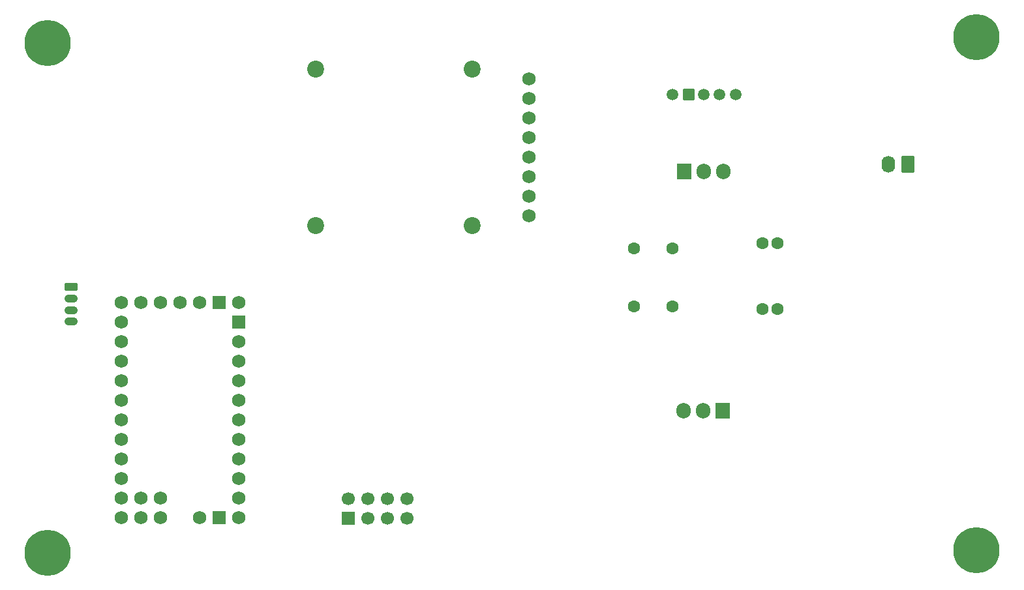
<source format=gbr>
%TF.GenerationSoftware,KiCad,Pcbnew,8.0.4*%
%TF.CreationDate,2024-08-12T16:36:46-06:00*%
%TF.ProjectId,eTerrena,65546572-7265-46e6-912e-6b696361645f,rev?*%
%TF.SameCoordinates,Original*%
%TF.FileFunction,Soldermask,Bot*%
%TF.FilePolarity,Negative*%
%FSLAX46Y46*%
G04 Gerber Fmt 4.6, Leading zero omitted, Abs format (unit mm)*
G04 Created by KiCad (PCBNEW 8.0.4) date 2024-08-12 16:36:46*
%MOMM*%
%LPD*%
G01*
G04 APERTURE LIST*
G04 Aperture macros list*
%AMRoundRect*
0 Rectangle with rounded corners*
0 $1 Rounding radius*
0 $2 $3 $4 $5 $6 $7 $8 $9 X,Y pos of 4 corners*
0 Add a 4 corners polygon primitive as box body*
4,1,4,$2,$3,$4,$5,$6,$7,$8,$9,$2,$3,0*
0 Add four circle primitives for the rounded corners*
1,1,$1+$1,$2,$3*
1,1,$1+$1,$4,$5*
1,1,$1+$1,$6,$7*
1,1,$1+$1,$8,$9*
0 Add four rect primitives between the rounded corners*
20,1,$1+$1,$2,$3,$4,$5,0*
20,1,$1+$1,$4,$5,$6,$7,0*
20,1,$1+$1,$6,$7,$8,$9,0*
20,1,$1+$1,$8,$9,$2,$3,0*%
G04 Aperture macros list end*
%ADD10C,1.600000*%
%ADD11C,2.200000*%
%ADD12C,1.734000*%
%ADD13C,6.000000*%
%ADD14C,1.500000*%
%ADD15RoundRect,0.102000X-0.654000X-0.654000X0.654000X-0.654000X0.654000X0.654000X-0.654000X0.654000X0*%
%ADD16C,1.512000*%
%ADD17RoundRect,0.250000X0.620000X0.845000X-0.620000X0.845000X-0.620000X-0.845000X0.620000X-0.845000X0*%
%ADD18O,1.740000X2.190000*%
%ADD19C,1.727200*%
%ADD20R,1.727200X1.727200*%
%ADD21RoundRect,0.250000X-0.615000X0.265000X-0.615000X-0.265000X0.615000X-0.265000X0.615000X0.265000X0*%
%ADD22O,1.730000X1.030000*%
%ADD23R,1.700000X1.700000*%
%ADD24C,1.700000*%
%ADD25R,1.905000X2.000000*%
%ADD26O,1.905000X2.000000*%
G04 APERTURE END LIST*
D10*
%TO.C,cElectrolitico1*%
X180650000Y-108825000D03*
X178650000Y-108825000D03*
%TD*%
%TO.C,cCeramicoDisco2*%
X162000000Y-108500000D03*
X167000000Y-108500000D03*
%TD*%
D11*
%TO.C,microSDBreakoutboard+1*%
X120680000Y-77680000D03*
X120680000Y-98000000D03*
X141000000Y-77680000D03*
X141000000Y-98000000D03*
D12*
X148366000Y-78950000D03*
X148366000Y-81490000D03*
X148366000Y-84030000D03*
X148366000Y-86570000D03*
X148366000Y-89110000D03*
X148366000Y-91650000D03*
X148366000Y-94190000D03*
X148366000Y-96730000D03*
%TD*%
D13*
%TO.C,tornillo2*%
X206450000Y-73500000D03*
%TD*%
D14*
%TO.C,Switch1*%
X167000000Y-81000000D03*
X175200000Y-81000000D03*
D15*
X169100000Y-81000000D03*
D16*
X171100000Y-81000000D03*
X173100000Y-81000000D03*
%TD*%
D10*
%TO.C,cCeramicoDisco1*%
X162000000Y-101000000D03*
X167000000Y-101000000D03*
%TD*%
D17*
%TO.C,SocketEntrada1*%
X197600000Y-90000000D03*
D18*
X195060000Y-90000000D03*
%TD*%
D13*
%TO.C,tornillo1*%
X85875000Y-74250000D03*
%TD*%
D19*
%TO.C,ArduinoMini5*%
X110700000Y-115620000D03*
X105620000Y-108000000D03*
X105620000Y-135940000D03*
X110700000Y-125780000D03*
X110700000Y-123240000D03*
X110700000Y-120700000D03*
X110700000Y-118160000D03*
X98000000Y-135940000D03*
X100540000Y-135940000D03*
X98000000Y-133400000D03*
X100540000Y-133400000D03*
X95460000Y-110540000D03*
X95460000Y-108000000D03*
X95460000Y-118160000D03*
X95460000Y-120700000D03*
X95460000Y-123240000D03*
X95460000Y-125780000D03*
X95460000Y-128320000D03*
X95460000Y-130860000D03*
X95460000Y-133400000D03*
X95460000Y-135940000D03*
X110700000Y-135940000D03*
X110700000Y-133400000D03*
X110700000Y-130860000D03*
X110700000Y-128320000D03*
D20*
X110700000Y-110540000D03*
X108160000Y-108000000D03*
X108160000Y-135940000D03*
D19*
X95460000Y-113080000D03*
X95460000Y-115620000D03*
X98000000Y-108000000D03*
X110700000Y-113080000D03*
X103080000Y-108000000D03*
X100540000Y-108000000D03*
X110700000Y-108000000D03*
%TD*%
D21*
%TO.C,conectorFT232RL1*%
X88925000Y-105975000D03*
D22*
X88925000Y-107475000D03*
X88925000Y-108975000D03*
X88925000Y-110475000D03*
%TD*%
D13*
%TO.C,tornillo3*%
X85875000Y-140500000D03*
%TD*%
D23*
%TO.C,Radio1*%
X124880000Y-136040000D03*
D24*
X124880000Y-133500000D03*
X127420000Y-136040000D03*
X127420000Y-133500000D03*
X129960000Y-136040000D03*
X129960000Y-133500000D03*
X132500000Y-136040000D03*
X132500000Y-133500000D03*
%TD*%
D25*
%TO.C,regulador3V1*%
X173540000Y-122000000D03*
D26*
X171000000Y-122000000D03*
X168460000Y-122000000D03*
%TD*%
D25*
%TO.C,regulador5v1*%
X168520000Y-91000000D03*
D26*
X171060000Y-91000000D03*
X173600000Y-91000000D03*
%TD*%
D13*
%TO.C,tornillo4*%
X206450000Y-140125000D03*
%TD*%
D10*
%TO.C,CElectrolitico2*%
X180650000Y-100325000D03*
X178650000Y-100325000D03*
%TD*%
M02*

</source>
